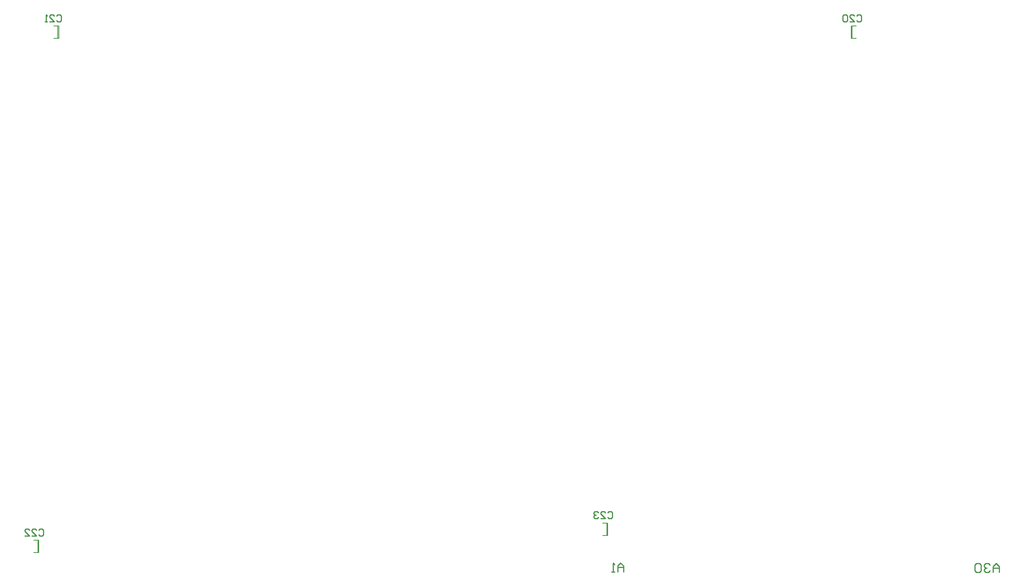
<source format=gbo>
G04*
G04 #@! TF.GenerationSoftware,Altium Limited,Altium Designer,23.6.0 (18)*
G04*
G04 Layer_Color=32896*
%FSLAX44Y44*%
%MOMM*%
G71*
G04*
G04 #@! TF.SameCoordinates,16818577-3D0F-4E1C-871D-00935DA2B120*
G04*
G04*
G04 #@! TF.FilePolarity,Positive*
G04*
G01*
G75*
%ADD10C,0.2540*%
%ADD11C,0.2000*%
D10*
X2517920Y242841D02*
Y256170D01*
X2511256Y262835D01*
X2504591Y256170D01*
Y242841D01*
Y252838D01*
X2517920D01*
X2497926Y259503D02*
X2494594Y262835D01*
X2487930D01*
X2484597Y259503D01*
Y256170D01*
X2487930Y252838D01*
X2491262D01*
X2487930D01*
X2484597Y249506D01*
Y246173D01*
X2487930Y242841D01*
X2494594D01*
X2497926Y246173D01*
X2477933Y259503D02*
X2474601Y262835D01*
X2467936D01*
X2464604Y259503D01*
Y246173D01*
X2467936Y242841D01*
X2474601D01*
X2477933Y246173D01*
Y259503D01*
X1696920Y243841D02*
Y257170D01*
X1690255Y263835D01*
X1683591Y257170D01*
Y243841D01*
Y253838D01*
X1696920D01*
X1676927Y243841D02*
X1670262D01*
X1673594D01*
Y263835D01*
X1676927Y260502D01*
X2205993Y1459988D02*
X2208533Y1462527D01*
X2213611D01*
X2216150Y1459988D01*
Y1449831D01*
X2213611Y1447292D01*
X2208533D01*
X2205993Y1449831D01*
X2190758Y1447292D02*
X2200915D01*
X2190758Y1457449D01*
Y1459988D01*
X2193297Y1462527D01*
X2198376D01*
X2200915Y1459988D01*
X2185680D02*
X2183141Y1462527D01*
X2178062D01*
X2175523Y1459988D01*
Y1449831D01*
X2178062Y1447292D01*
X2183141D01*
X2185680Y1449831D01*
Y1459988D01*
X1662179Y373376D02*
X1664718Y375915D01*
X1669797D01*
X1672336Y373376D01*
Y363219D01*
X1669797Y360680D01*
X1664718D01*
X1662179Y363219D01*
X1646944Y360680D02*
X1657101D01*
X1646944Y370837D01*
Y373376D01*
X1649483Y375915D01*
X1654562D01*
X1657101Y373376D01*
X1641866D02*
X1639327Y375915D01*
X1634248D01*
X1631709Y373376D01*
Y370837D01*
X1634248Y368298D01*
X1636788D01*
X1634248D01*
X1631709Y365758D01*
Y363219D01*
X1634248Y360680D01*
X1639327D01*
X1641866Y363219D01*
X418595Y335784D02*
X421134Y338323D01*
X426213D01*
X428752Y335784D01*
Y325627D01*
X426213Y323088D01*
X421134D01*
X418595Y325627D01*
X403360Y323088D02*
X413517D01*
X403360Y333245D01*
Y335784D01*
X405899Y338323D01*
X410978D01*
X413517Y335784D01*
X388125Y323088D02*
X398282D01*
X388125Y333245D01*
Y335784D01*
X390664Y338323D01*
X395743D01*
X398282Y335784D01*
X457203Y1459988D02*
X459743Y1462527D01*
X464821D01*
X467360Y1459988D01*
Y1449831D01*
X464821Y1447292D01*
X459743D01*
X457203Y1449831D01*
X441968Y1447292D02*
X452125D01*
X441968Y1457449D01*
Y1459988D01*
X444507Y1462527D01*
X449586D01*
X452125Y1459988D01*
X436890Y1447292D02*
X431811D01*
X434351D01*
Y1462527D01*
X436890Y1459988D01*
D11*
X450823Y1437713D02*
X461823D01*
X450823Y1410713D02*
X461823D01*
Y1437713D01*
X459923Y1410713D02*
Y1437713D01*
X416100Y286500D02*
Y313500D01*
X418000Y286500D02*
Y313500D01*
X407000Y286500D02*
X418000D01*
X407000Y313500D02*
X418000D01*
X1650750Y351000D02*
X1661750D01*
X1650750Y324000D02*
X1661750D01*
Y351000D01*
X1659850Y324000D02*
Y351000D01*
X2196313Y1410608D02*
Y1437608D01*
X2194413Y1410608D02*
Y1437608D01*
X2205413D01*
X2194413Y1410608D02*
X2205413D01*
M02*

</source>
